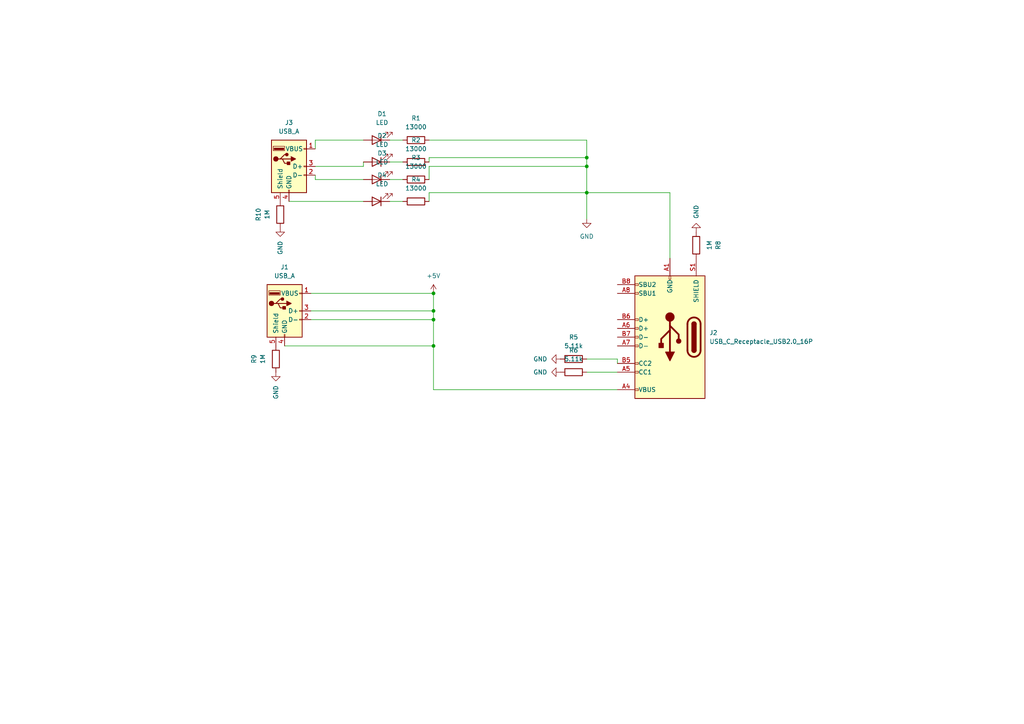
<source format=kicad_sch>
(kicad_sch (version 20231120) (generator "eeschema") (generator_version "8.0")
  (paper "A4")
  (lib_symbols
    (symbol "Connector:USB_A" (pin_names (offset 1.016))
      (property "Reference" "J" (at -5.08 11.43 0))
      (property "Value" "USB_A" (at -5.08 8.89 0))
      (symbol "USB_A_0_1"
        (rectangle (start -5.08 -7.62) (end 5.08 7.62) (stroke (width 0.254)) (fill (type background)))
        (circle (center -3.81 2.159) (radius 0.635) (stroke (width 0.254)) (fill (type outline)))
        (rectangle (start -1.524 4.826) (end -4.318 5.334) (fill (type outline)))
        (rectangle (start -1.27 4.572) (end -4.572 5.842))
        (circle (center -0.635 3.429) (radius 0.381) (stroke (width 0.254)) (fill (type outline)))
        (rectangle (start -0.127 -7.62) (end 0.127 -6.858))
        (polyline (pts (xy -3.175 2.159) (xy -2.54 2.159) (xy -1.27 3.429) (xy -0.635 3.429)) (stroke (width 0.254)))
        (polyline (pts (xy -2.54 2.159) (xy -1.905 2.159) (xy -1.27 0.889) (xy 0 0.889)) (stroke (width 0.254)))
        (polyline (pts (xy 0.635 2.794) (xy 0.635 1.524) (xy 1.905 2.159) (xy 0.635 2.794)) (stroke (width 0.254)) (fill (type outline)))
        (rectangle (start 0.254 1.27) (end -0.508 0.508) (stroke (width 0.254)) (fill (type outline)))
        (rectangle (start 5.08 -2.667) (end 4.318 -2.413))
        (rectangle (start 5.08 -0.127) (end 4.318 0.127))
        (rectangle (start 5.08 4.953) (end 4.318 5.207))
      )
      (symbol "USB_A_1_1"
        (polyline (pts (xy -1.905 2.159) (xy 0.635 2.159)) (stroke (width 0.254)))
        (pin power_in line (at 7.62 5.08 180) (length 2.54) (name "VBUS") (number "1"))
        (pin bidirectional line (at 7.62 -2.54 180) (length 2.54) (name "D-") (number "2"))
        (pin bidirectional line (at 7.62 0 180) (length 2.54) (name "D+") (number "3"))
        (pin power_in line (at 0 -10.16 90) (length 2.54) (name "GND") (number "4"))
        (pin passive line (at -2.54 -10.16 90) (length 2.54) (name "Shield") (number "5"))
      )
    )
    (symbol "Connector:USB_C_Receptacle_USB2.0_16P" (pin_names (offset 1.016))
      (property "Reference" "J" (at 0 22.225 0))
      (property "Value" "USB_C_Receptacle_USB2.0_16P" (at 0 19.685 0))
      (symbol "USB_C_Receptacle_USB2.0_16P_0_0"
        (rectangle (start -0.254 -17.78) (end 0.254 -16.764))
        (rectangle (start 10.16 -14.986) (end 9.144 -15.494))
        (rectangle (start 10.16 -12.446) (end 9.144 -12.954))
        (rectangle (start 10.16 -4.826) (end 9.144 -5.334))
        (rectangle (start 10.16 -2.286) (end 9.144 -2.794))
        (rectangle (start 10.16 0.254) (end 9.144 -0.254))
        (rectangle (start 10.16 2.794) (end 9.144 2.286))
        (rectangle (start 10.16 7.874) (end 9.144 7.366))
        (rectangle (start 10.16 10.414) (end 9.144 9.906))
        (rectangle (start 10.16 15.494) (end 9.144 14.986))
      )
      (symbol "USB_C_Receptacle_USB2.0_16P_0_1"
        (rectangle (start -10.16 17.78) (end 10.16 -17.78) (stroke (width 0.254)) (fill (type background)))
        (arc (start -8.89 -3.81) (mid -6.985 -5.7067) (end -5.08 -3.81) (stroke (width 0.508)))
        (arc (start -7.62 -3.81) (mid -6.985 -4.4423) (end -6.35 -3.81) (stroke (width 0.254)))
        (arc (start -7.62 -3.81) (mid -6.985 -4.4423) (end -6.35 -3.81) (stroke (width 0.254)) (fill (type outline)))
        (rectangle (start -7.62 -3.81) (end -6.35 3.81) (stroke (width 0.254)) (fill (type outline)))
        (arc (start -6.35 3.81) (mid -6.985 4.4423) (end -7.62 3.81) (stroke (width 0.254)))
        (arc (start -6.35 3.81) (mid -6.985 4.4423) (end -7.62 3.81) (stroke (width 0.254)) (fill (type outline)))
        (arc (start -5.08 3.81) (mid -6.985 5.7067) (end -8.89 3.81) (stroke (width 0.508)))
        (circle (center -2.54 1.143) (radius 0.635) (stroke (width 0.254)) (fill (type outline)))
        (circle (center 0 -5.842) (radius 1.27) (fill (type outline)))
        (polyline (pts (xy -8.89 -3.81) (xy -8.89 3.81)) (stroke (width 0.508)))
        (polyline (pts (xy -5.08 3.81) (xy -5.08 -3.81)) (stroke (width 0.508)))
        (polyline (pts (xy 0 -5.842) (xy 0 4.318)) (stroke (width 0.508)))
        (polyline (pts (xy 0 -3.302) (xy -2.54 -0.762) (xy -2.54 0.508)) (stroke (width 0.508)))
        (polyline (pts (xy 0 -2.032) (xy 2.54 0.508) (xy 2.54 1.778)) (stroke (width 0.508)))
        (polyline (pts (xy -1.27 4.318) (xy 0 6.858) (xy 1.27 4.318) (xy -1.27 4.318)) (stroke (width 0.254)) (fill (type outline)))
        (rectangle (start 1.905 1.778) (end 3.175 3.048) (stroke (width 0.254)) (fill (type outline)))
      )
      (symbol "USB_C_Receptacle_USB2.0_16P_1_1"
        (pin passive line (at 0 -22.86 90) (length 5.08) (name "GND") (number "A1"))
        (pin passive line (at 0 -22.86 90) (length 5.08) hide (name "GND") (number "A12"))
        (pin passive line (at 15.24 15.24 180) (length 5.08) (name "VBUS") (number "A4"))
        (pin bidirectional line (at 15.24 10.16 180) (length 5.08) (name "CC1") (number "A5"))
        (pin bidirectional line (at 15.24 -2.54 180) (length 5.08) (name "D+") (number "A6"))
        (pin bidirectional line (at 15.24 2.54 180) (length 5.08) (name "D-") (number "A7"))
        (pin bidirectional line (at 15.24 -12.7 180) (length 5.08) (name "SBU1") (number "A8"))
        (pin passive line (at 15.24 15.24 180) (length 5.08) hide (name "VBUS") (number "A9"))
        (pin passive line (at 0 -22.86 90) (length 5.08) hide (name "GND") (number "B1"))
        (pin passive line (at 0 -22.86 90) (length 5.08) hide (name "GND") (number "B12"))
        (pin passive line (at 15.24 15.24 180) (length 5.08) hide (name "VBUS") (number "B4"))
        (pin bidirectional line (at 15.24 7.62 180) (length 5.08) (name "CC2") (number "B5"))
        (pin bidirectional line (at 15.24 -5.08 180) (length 5.08) (name "D+") (number "B6"))
        (pin bidirectional line (at 15.24 0 180) (length 5.08) (name "D-") (number "B7"))
        (pin bidirectional line (at 15.24 -15.24 180) (length 5.08) (name "SBU2") (number "B8"))
        (pin passive line (at 15.24 15.24 180) (length 5.08) hide (name "VBUS") (number "B9"))
        (pin passive line (at -7.62 -22.86 90) (length 5.08) (name "SHIELD") (number "S1"))
      )
    )
    (symbol "Device:LED" (pin_numbers hide) (pin_names (offset 1.016) hide)
      (property "Reference" "D" (at 0 2.54 0))
      (property "Value" "LED" (at 0 -2.54 0))
      (symbol "LED_0_1"
        (polyline (pts (xy -1.27 -1.27) (xy -1.27 1.27)) (stroke (width 0.254)))
        (polyline (pts (xy -1.27 0) (xy 1.27 0)))
        (polyline (pts (xy 1.27 -1.27) (xy 1.27 1.27) (xy -1.27 0) (xy 1.27 -1.27)) (stroke (width 0.254)))
        (polyline (pts (xy -3.048 -0.762) (xy -4.572 -2.286) (xy -3.81 -2.286) (xy -4.572 -2.286) (xy -4.572 -1.524)))
        (polyline (pts (xy -1.778 -0.762) (xy -3.302 -2.286) (xy -2.54 -2.286) (xy -3.302 -2.286) (xy -3.302 -1.524)))
      )
      (symbol "LED_1_1"
        (pin passive line (at -3.81 0 0) (length 2.54) (name "K") (number "1"))
        (pin passive line (at 3.81 0 180) (length 2.54) (name "A") (number "2"))
      )
    )
    (symbol "Device:R" (pin_numbers hide) (pin_names (offset 0))
      (property "Reference" "R" (at 2.032 0 90))
      (property "Value" "R" (at 0 0 90))
      (symbol "R_0_1"
        (rectangle (start -1.016 -2.54) (end 1.016 2.54) (stroke (width 0.254)))
      )
      (symbol "R_1_1"
        (pin passive line (at 0 3.81 270) (length 1.27) (name "~") (number "1"))
        (pin passive line (at 0 -3.81 90) (length 1.27) (name "~") (number "2"))
      )
    )
    (symbol "power:+5V" (power) (pin_numbers hide) (pin_names (offset 0) hide)
      (property "Value" "+5V" (at 0 3.556 0))
      (symbol "+5V_0_1"
        (polyline (pts (xy -0.762 1.27) (xy 0 2.54)))
        (polyline (pts (xy 0 0) (xy 0 2.54)))
        (polyline (pts (xy 0 2.54) (xy 0.762 1.27)))
      )
      (symbol "+5V_1_1"
        (pin power_in line (at 0 0 90) (length 0) (name "~") (number "1"))
      )
    )
    (symbol "power:GND" (power) (pin_numbers hide) (pin_names (offset 0) hide)
      (property "Value" "GND" (at 0 -3.81 0))
      (symbol "GND_0_1"
        (polyline (pts (xy 0 0) (xy 0 -1.27) (xy 1.27 -1.27) (xy 0 -2.54) (xy -1.27 -1.27) (xy 0 -1.27)))
      )
      (symbol "GND_1_1"
        (pin power_in line (at 0 0 270) (length 0) (name "~") (number "1"))
      )
    )
  )
  (junction (at 170.18 48.26))
  (junction (at 125.73 92.71))
  (junction (at 170.18 45.72))
  (junction (at 125.73 90.17))
  (junction (at 125.73 85.09))
  (junction (at 125.73 100.33))
  (junction (at 170.18 55.88))
  (wire (pts (xy 179.07 104.14) (xy 179.07 105.41)))
  (wire (pts (xy 170.18 104.14) (xy 179.07 104.14)))
  (wire (pts (xy 179.07 113.03) (xy 125.73 113.03)))
  (wire (pts (xy 91.44 52.07) (xy 91.44 50.8)))
  (wire (pts (xy 124.46 45.72) (xy 124.46 46.99)))
  (wire (pts (xy 83.82 58.42) (xy 105.41 58.42)))
  (wire (pts (xy 194.31 74.93) (xy 194.31 55.88)))
  (wire (pts (xy 90.17 85.09) (xy 125.73 85.09)))
  (wire (pts (xy 113.03 46.99) (xy 116.84 46.99)))
  (wire (pts (xy 125.73 85.09) (xy 125.73 90.17)))
  (wire (pts (xy 90.17 90.17) (xy 125.73 90.17)))
  (wire (pts (xy 105.41 52.07) (xy 91.44 52.07)))
  (wire (pts (xy 105.41 48.26) (xy 105.41 46.99)))
  (wire (pts (xy 82.55 100.33) (xy 125.73 100.33)))
  (wire (pts (xy 91.44 43.18) (xy 91.44 40.64)))
  (wire (pts (xy 124.46 45.72) (xy 170.18 45.72)))
  (wire (pts (xy 124.46 48.26) (xy 170.18 48.26)))
  (wire (pts (xy 170.18 55.88) (xy 170.18 48.26)))
  (wire (pts (xy 170.18 63.5) (xy 170.18 55.88)))
  (wire (pts (xy 91.44 48.26) (xy 105.41 48.26)))
  (wire (pts (xy 91.44 40.64) (xy 105.41 40.64)))
  (wire (pts (xy 170.18 48.26) (xy 170.18 45.72)))
  (wire (pts (xy 124.46 48.26) (xy 124.46 52.07)))
  (wire (pts (xy 113.03 52.07) (xy 116.84 52.07)))
  (wire (pts (xy 124.46 40.64) (xy 170.18 40.64)))
  (wire (pts (xy 125.73 90.17) (xy 125.73 92.71)))
  (wire (pts (xy 124.46 55.88) (xy 124.46 58.42)))
  (wire (pts (xy 125.73 92.71) (xy 125.73 100.33)))
  (wire (pts (xy 113.03 58.42) (xy 116.84 58.42)))
  (wire (pts (xy 170.18 45.72) (xy 170.18 40.64)))
  (wire (pts (xy 170.18 107.95) (xy 179.07 107.95)))
  (wire (pts (xy 113.03 40.64) (xy 116.84 40.64)))
  (wire (pts (xy 194.31 55.88) (xy 170.18 55.88)))
  (wire (pts (xy 125.73 113.03) (xy 125.73 100.33)))
  (wire (pts (xy 90.17 92.71) (xy 125.73 92.71)))
  (wire (pts (xy 124.46 55.88) (xy 170.18 55.88)))
  (symbol (lib_id "power:GND") (at 170.18 63.5 0) (unit 1)
    (property "Reference" "#PWR01" (effects (hide yes)))
    (property "Value" "GND" (at 170.18 68.58 0))
    (property "Description" "Power symbol creates a global label with name \"GND\" , ground" (effects (hide yes)))
  )
  (symbol (lib_id "Connector:USB_A") (at 83.82 48.26 0) (unit 1)
    (property "Reference" "J3" (at 83.82 35.56 0))
    (property "Value" "USB_A" (at 83.82 38.1 0))
    (property "Footprint" "Connector_USB:USB_A_Receptacle_GCT_USB1046" (effects (hide yes)))
    (property "Description" "USB Type A connector" (effects (hide yes)))
  )
  (symbol (lib_id "Connector:USB_C_Receptacle_USB2.0_16P") (at 194.31 97.79 180) (unit 1)
    (property "Reference" "J2" (at 205.74 96.5199 0) (effects (justify right)))
    (property "Value" "USB_C_Receptacle_USB2.0_16P" (at 205.74 99.0599 0) (effects (justify right)))
    (property "Footprint" "Connector_USB:USB_C_Receptacle_G-Switch_GT-USB-7010ASV" (effects (hide yes)))
    (property "Datasheet" "https://www.usb.org/sites/default/files/documents/usb_type-c.zip" (effects (hide yes)))
    (property "Description" "USB 2.0-only 16P Type-C Receptacle connector" (effects (hide yes)))
  )
  (symbol (lib_id "Device:R") (at 166.37 107.95 90) (unit 1)
    (property "Reference" "R6" (at 166.37 101.6 90))
    (property "Value" "5.11k" (at 166.37 104.14 90))
    (property "Footprint" "Resistor_SMD:R_0805_2012Metric" (effects (hide yes)))
    (property "Description" "Resistor" (effects (hide yes)))
  )
  (symbol (lib_id "Device:R") (at 81.28 62.23 180) (unit 1)
    (property "Reference" "R10" (at 74.93 62.23 90))
    (property "Value" "1M" (at 77.47 62.23 90))
    (property "Footprint" "Resistor_SMD:R_0805_2012Metric" (effects (hide yes)))
    (property "Description" "Resistor" (effects (hide yes)))
  )
  (symbol (lib_id "Device:R") (at 120.65 52.07 90) (unit 1)
    (property "Reference" "R3" (at 120.65 45.72 90))
    (property "Value" "13000" (at 120.65 48.26 90))
    (property "Footprint" "Resistor_SMD:R_0805_2012Metric" (effects (hide yes)))
    (property "Description" "Resistor" (effects (hide yes)))
  )
  (symbol (lib_id "Device:R") (at 201.93 71.12 0) (unit 1)
    (property "Reference" "R8" (at 208.28 71.12 90))
    (property "Value" "1M" (at 205.74 71.12 90))
    (property "Footprint" "Resistor_SMD:R_0805_2012Metric" (effects (hide yes)))
    (property "Description" "Resistor" (effects (hide yes)))
  )
  (symbol (lib_id "Device:LED") (at 109.22 46.99 180) (unit 1)
    (property "Reference" "D2" (at 110.8075 39.37 0))
    (property "Value" "LED" (at 110.8075 41.91 0))
    (property "Footprint" "LED_SMD:LED_1206_3216Metric" (effects (hide yes)))
    (property "Description" "Light emitting diode" (effects (hide yes)))
  )
  (symbol (lib_id "power:GND") (at 201.93 67.31 180) (unit 1)
    (property "Reference" "#PWR06" (effects (hide yes)))
    (property "Value" "GND" (at 201.9301 63.5 90) (effects (justify right)))
    (property "Description" "Power symbol creates a global label with name \"GND\" , ground" (effects (hide yes)))
  )
  (symbol (lib_id "Device:R") (at 120.65 46.99 90) (unit 1)
    (property "Reference" "R2" (at 120.65 40.64 90))
    (property "Value" "13000" (at 120.65 43.18 90))
    (property "Footprint" "Resistor_SMD:R_0805_2012Metric" (effects (hide yes)))
    (property "Description" "Resistor" (effects (hide yes)))
  )
  (symbol (lib_id "Device:R") (at 120.65 40.64 90) (unit 1)
    (property "Reference" "R1" (at 120.65 34.29 90))
    (property "Value" "13000" (at 120.65 36.83 90))
    (property "Footprint" "Resistor_SMD:R_0805_2012Metric" (effects (hide yes)))
    (property "Description" "Resistor" (effects (hide yes)))
  )
  (symbol (lib_id "power:GND") (at 81.28 66.04 0) (unit 1)
    (property "Reference" "#PWR08" (effects (hide yes)))
    (property "Value" "GND" (at 81.2799 69.85 90) (effects (justify right)))
    (property "Description" "Power symbol creates a global label with name \"GND\" , ground" (effects (hide yes)))
  )
  (symbol (lib_id "Device:R") (at 120.65 58.42 90) (unit 1)
    (property "Reference" "R4" (at 120.65 52.07 90))
    (property "Value" "13000" (at 120.65 54.61 90))
    (property "Footprint" "Resistor_SMD:R_0805_2012Metric" (effects (hide yes)))
    (property "Description" "Resistor" (effects (hide yes)))
  )
  (symbol (lib_id "power:GND") (at 162.56 107.95 270) (unit 1)
    (property "Reference" "#PWR04" (effects (hide yes)))
    (property "Value" "GND" (at 158.75 107.9499 90) (effects (justify right)))
    (property "Description" "Power symbol creates a global label with name \"GND\" , ground" (effects (hide yes)))
  )
  (symbol (lib_id "Device:R") (at 80.01 104.14 180) (unit 1)
    (property "Reference" "R9" (at 73.66 104.14 90))
    (property "Value" "1M" (at 76.2 104.14 90))
    (property "Footprint" "Resistor_SMD:R_0805_2012Metric" (effects (hide yes)))
    (property "Description" "Resistor" (effects (hide yes)))
  )
  (symbol (lib_id "Device:LED") (at 109.22 40.64 180) (unit 1)
    (property "Reference" "D1" (at 110.8075 33.02 0))
    (property "Value" "LED" (at 110.8075 35.56 0))
    (property "Footprint" "LED_SMD:LED_1206_3216Metric" (effects (hide yes)))
    (property "Description" "Light emitting diode" (effects (hide yes)))
  )
  (symbol (lib_id "Device:LED") (at 109.22 52.07 180) (unit 1)
    (property "Reference" "D3" (at 110.8075 44.45 0))
    (property "Value" "LED" (at 110.8075 46.99 0))
    (property "Footprint" "LED_SMD:LED_1206_3216Metric" (effects (hide yes)))
    (property "Description" "Light emitting diode" (effects (hide yes)))
  )
  (symbol (lib_id "power:GND") (at 80.01 107.95 0) (unit 1)
    (property "Reference" "#PWR07" (effects (hide yes)))
    (property "Value" "GND" (at 80.0099 111.76 90) (effects (justify right)))
    (property "Description" "Power symbol creates a global label with name \"GND\" , ground" (effects (hide yes)))
  )
  (symbol (lib_id "power:+5V") (at 125.73 85.09 0) (unit 1)
    (property "Reference" "#PWR02" (effects (hide yes)))
    (property "Value" "+5V" (at 125.73 80.01 0))
    (property "Description" "Power symbol creates a global label with name \"+5V\"" (effects (hide yes)))
  )
  (symbol (lib_id "power:GND") (at 162.56 104.14 270) (unit 1)
    (property "Reference" "#PWR03" (effects (hide yes)))
    (property "Value" "GND" (at 158.75 104.1399 90) (effects (justify right)))
    (property "Description" "Power symbol creates a global label with name \"GND\" , ground" (effects (hide yes)))
  )
  (symbol (lib_id "Device:LED") (at 109.22 58.42 180) (unit 1)
    (property "Reference" "D4" (at 110.8075 50.8 0))
    (property "Value" "LED" (at 110.8075 53.34 0))
    (property "Footprint" "LED_SMD:LED_1206_3216Metric" (effects (hide yes)))
    (property "Description" "Light emitting diode" (effects (hide yes)))
  )
  (symbol (lib_id "Device:R") (at 166.37 104.14 90) (unit 1)
    (property "Reference" "R5" (at 166.37 97.79 90))
    (property "Value" "5.11k" (at 166.37 100.33 90))
    (property "Footprint" "Resistor_SMD:R_0805_2012Metric" (effects (hide yes)))
    (property "Description" "Resistor" (effects (hide yes)))
  )
  (symbol (lib_id "Connector:USB_A") (at 82.55 90.17 0) (unit 1)
    (property "Reference" "J1" (at 82.55 77.47 0))
    (property "Value" "USB_A" (at 82.55 80.01 0))
    (property "Footprint" "Connector_USB:USB_A_Receptacle_GCT_USB1046" (effects (hide yes)))
    (property "Description" "USB Type A connector" (effects (hide yes)))
  )
)
</source>
